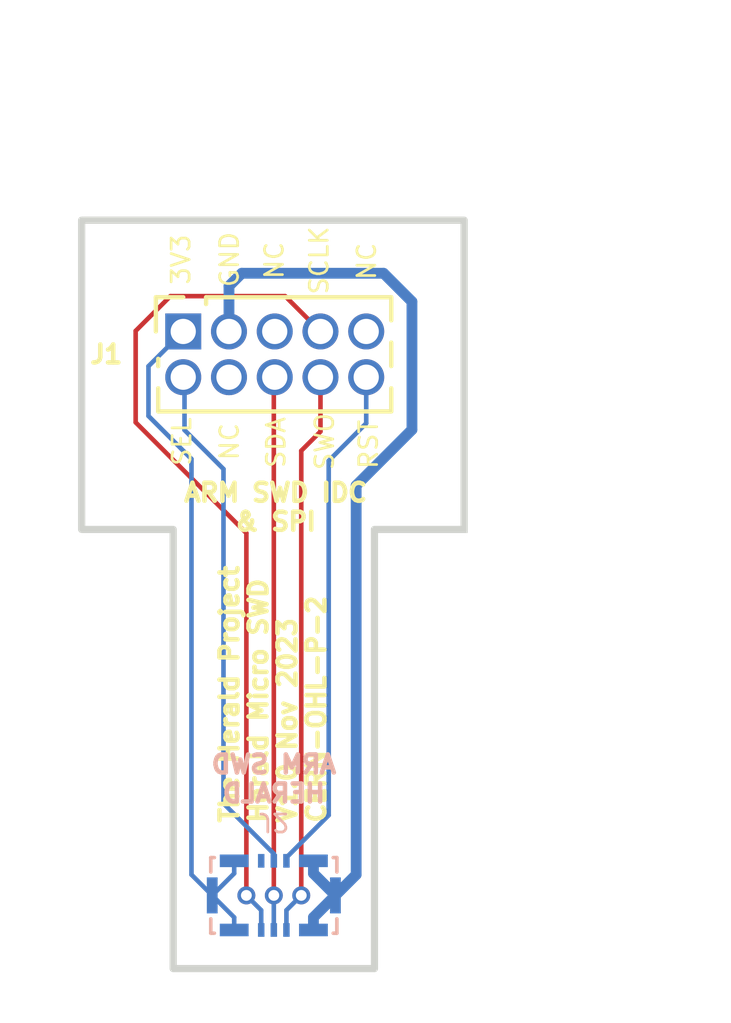
<source format=kicad_pcb>
(kicad_pcb (version 20221018) (generator pcbnew)
  (layers (0 "F.Cu" signal) (31 "B.Cu" signal) (34 "B.Paste" user) (35 "F.Paste" user) (36 "B.SilkS" user "B.Silkscreen") (37 "F.SilkS" user "F.Silkscreen") (38 "B.Mask" user) (39 "F.Mask" user) (44 "Edge.Cuts" user))
  (net 0 "")
  (net 1 "/SWD0_VTG")
  (net 3 "/SWD0_SWDCLK")
  (net 4 "/SWD0_SELECT")
  (net 5 "/SWD0_SWDIO")
  (net 6 "/SWD0_RESET")
  (net 7 "/GND")
  (net 10 "/SWD0_SW0")
  (footprint "Connector_PinSocket_1.27mm:PinSocket_2x05_P1.27mm_Vertical" (layer "F.Cu") (at 136.525 78.0696 90)
    (fp_text reference "J1" (at -0.635 -2.135 180) (layer "F.SilkS") (effects (font (size 0.5 0.5) (thickness 0.125))))
    (fp_text value "Arm SWD Socket")
    (fp_line (start -2.22 -0.695) (end -2.22 5.775) (stroke (width 0.12)) (layer "F.SilkS"))
    (fp_line (start -2.22 -0.695) (end -1.57753 -0.695) (stroke (width 0.12)) (layer "F.SilkS"))
    (fp_line (start -2.22 5.775) (end -1.57753 5.775) (stroke (width 0.12)) (layer "F.SilkS"))
    (fp_line (start -0.96247 -0.695) (end -0.76 -0.695) (stroke (width 0.12)) (layer "F.SilkS"))
    (fp_line (start -0.96247 5.775) (end -0.30753 5.775) (stroke (width 0.12)) (layer "F.SilkS"))
    (fp_line (start 0 -0.76) (end 0.95 -0.76) (stroke (width 0.12)) (layer "F.SilkS"))
    (fp_line (start 0.30753 5.775) (end 0.95 5.775) (stroke (width 0.12)) (layer "F.SilkS"))
    (fp_line (start 0.76 0.635) (end 0.95 0.635) (stroke (width 0.12)) (layer "F.SilkS"))
    (fp_line (start 0.95 -0.76) (end 0.95 0) (stroke (width 0.12)) (layer "F.SilkS"))
    (fp_line (start 0.95 0.635) (end 0.95 5.775) (stroke (width 0.12)) (layer "F.SilkS"))
    (pad "1" thru_hole rect (at 0 0 90) (size 1 1) (drill 0.7) (layers "*.Cu" "*.Mask") (net 1 "/SWD0_VTG"))
    (pad "2" thru_hole oval (at -1.27 0 90) (size 1 1) (drill 0.7) (layers "*.Cu" "*.Mask") (net 4 "/SWD0_SELECT"))
    (pad "3" thru_hole oval (at 0 1.27 90) (size 1 1) (drill 0.7) (layers "*.Cu" "*.Mask") (net 7 "/GND"))
    (pad "4" thru_hole oval (at -1.27 1.27 90) (size 1 1) (drill 0.7) (layers "*.Cu" "*.Mask"))
    (pad "5" thru_hole oval (at 0 2.54 90) (size 1 1) (drill 0.7) (layers "*.Cu" "*.Mask"))
    (pad "6" thru_hole oval (at -1.27 2.54 90) (size 1 1) (drill 0.7) (layers "*.Cu" "*.Mask") (net 5 "/SWD0_SWDIO"))
    (pad "7" thru_hole oval (at 0 3.81 90) (size 1 1) (drill 0.7) (layers "*.Cu" "*.Mask") (net 3 "/SWD0_SWDCLK"))
    (pad "8" thru_hole oval (at -1.27 3.81 90) (size 1 1) (drill 0.7) (layers "*.Cu" "*.Mask") (net 10 "/SWD0_SW0"))
    (pad "9" thru_hole oval (at 0 5.08 90) (size 1 1) (drill 0.7) (layers "*.Cu" "*.Mask"))
    (pad "10" thru_hole oval (at -1.27 5.08 90) (size 1 1) (drill 0.7) (layers "*.Cu" "*.Mask") (net 6 "/SWD0_RESET"))
  )
  (footprint "Herald:HERALD_V2_CONN_RECEPTACLE" (layer "B.Cu") (at 139.0396 93.726)
    (fp_text reference "J2" (at 0 -2.032 180 unlocked) (layer "B.SilkS") (effects (font (size 0.5 0.5) (thickness 0.075)) (justify mirror)))
    (fp_text value "HERALD_V2_CONN_RECEPTACLE_ARMSWD")
    (fp_line (start -1.75 -1.05) (end -1.65 -1.05) (stroke (width 0.1)) (layer "B.SilkS"))
    (fp_line (start -1.75 -0.65) (end -1.75 -1.05) (stroke (width 0.1)) (layer "B.SilkS"))
    (fp_line (start -1.75 0.65) (end -1.75 1.05) (stroke (width 0.1)) (layer "B.SilkS"))
    (fp_line (start -1.75 1.05) (end -1.65 1.05) (stroke (width 0.1)) (layer "B.SilkS"))
    (fp_line (start 1.75 -1.05) (end 1.65 -1.05) (stroke (width 0.1)) (layer "B.SilkS"))
    (fp_line (start 1.75 -0.65) (end 1.75 -1.05) (stroke (width 0.1)) (layer "B.SilkS"))
    (fp_line (start 1.75 0.65) (end 1.75 1.05) (stroke (width 0.1)) (layer "B.SilkS"))
    (fp_line (start 1.75 1.05) (end 1.65 1.05) (stroke (width 0.1)) (layer "B.SilkS"))
    (pad "1" smd rect (at -1.71 0) (size 0.3 1) (layers "B.Cu" "B.Paste" "B.Mask") (net 1 "/SWD0_VTG"))
    (pad "1" smd rect (at -1.1 -0.96) (size 0.8 0.35) (layers "B.Cu" "B.Paste" "B.Mask") (net 1 "/SWD0_VTG"))
    (pad "1" smd rect (at -1.1 0.96) (size 0.8 0.35) (layers "B.Cu" "B.Paste" "B.Mask") (net 1 "/SWD0_VTG"))
    (pad "2" smd rect (at -0.35 -0.96) (size 0.18 0.38) (layers "B.Cu" "B.Paste" "B.Mask"))
    (pad "3" smd rect (at -0.35 0.96) (size 0.18 0.38) (layers "B.Cu" "B.Paste" "B.Mask") (net 3 "/SWD0_SWDCLK"))
    (pad "4" smd rect (at 0 -0.96) (size 0.18 0.38) (layers "B.Cu" "B.Paste" "B.Mask") (net 4 "/SWD0_SELECT"))
    (pad "5" smd rect (at 0 0.96) (size 0.18 0.38) (layers "B.Cu" "B.Paste" "B.Mask") (net 5 "/SWD0_SWDIO"))
    (pad "6" smd rect (at 0.35 -0.96) (size 0.18 0.38) (layers "B.Cu" "B.Paste" "B.Mask") (net 6 "/SWD0_RESET"))
    (pad "7" smd rect (at 0.35 0.96) (size 0.18 0.38) (layers "B.Cu" "B.Paste" "B.Mask") (net 10 "/SWD0_SW0"))
    (pad "8" smd rect (at 1.1 -0.96) (size 0.8 0.35) (layers "B.Cu" "B.Paste" "B.Mask") (net 7 "/GND"))
    (pad "8" smd rect (at 1.1 0.96) (size 0.8 0.35) (layers "B.Cu" "B.Paste" "B.Mask") (net 7 "/GND"))
    (pad "8" smd rect (at 1.71 0) (size 0.3 1) (layers "B.Cu" "B.Paste" "B.Mask") (net 7 "/GND"))
  )
  (gr_poly (pts (xy 136.2456 95.758) (xy 141.8336 95.758) (xy 141.8336 83.566) (xy 144.3228 83.566) (xy 144.3228 74.9808) (xy 133.7056 74.9808) (xy 133.7056 83.566) (xy 136.2456 83.566)) (stroke (width 0.2)) (fill none) (layer "Edge.Cuts"))
  (gr_text "ARM SWD\nHERALD" (at 139.0396 91.186) (layer "B.SilkS") (effects (font (size 0.5 0.5) (thickness 0.125) bold) (justify bottom mirror)))
  (gr_text "SCLK" (at 140.589 76.0984 90) (layer "F.SilkS") (effects (font (size 0.5 0.5) (thickness 0.075) bold) (justify bottom)))
  (gr_text "NC" (at 139.3444 76.0984 90) (layer "F.SilkS") (effects (font (size 0.5 0.5) (thickness 0.075) bold) (justify bottom)))
  (gr_text "3V3" (at 136.7536 76.073 90) (layer "F.SilkS") (effects (font (size 0.5 0.5) (thickness 0.075) bold) (justify bottom)))
  (gr_text "The Herald Project\nHerald Micro SWD\nV1.0 Nov 2023\nCERN-OHL-P-2" (at 140.5128 91.7702 90) (layer "F.SilkS") (effects (font (size 0.5 0.5) (thickness 0.125) bold) (justify left bottom)))
  (gr_text "SDA" (at 139.3952 81.153 90) (layer "F.SilkS") (effects (font (size 0.5 0.5) (thickness 0.075) bold) (justify bottom)))
  (gr_text "SEL" (at 136.779 81.1276 90) (layer "F.SilkS") (effects (font (size 0.5 0.5) (thickness 0.075) bold) (justify bottom)))
  (gr_text "NC" (at 138.0998 81.1276 90) (layer "F.SilkS") (effects (font (size 0.5 0.5) (thickness 0.075) bold) (justify bottom)))
  (gr_text "GND" (at 138.0998 76.073 90) (layer "F.SilkS") (effects (font (size 0.5 0.5) (thickness 0.075) bold) (justify bottom)))
  (gr_text "NC" (at 141.9098 76.1238 90) (layer "F.SilkS") (effects (font (size 0.5 0.5) (thickness 0.075) bold) (justify bottom)))
  (gr_text "SWO" (at 140.7414 81.1276 90) (layer "F.SilkS") (effects (font (size 0.5 0.5) (thickness 0.075) bold) (justify bottom)))
  (gr_text "RST" (at 141.9606 81.2038 90) (layer "F.SilkS") (effects (font (size 0.5 0.5) (thickness 0.075) bold) (justify bottom)))
  (gr_text "ARM SWD IDC\n& SPI" (at 139.0904 83.6422) (layer "F.SilkS") (effects (font (size 0.5 0.5) (thickness 0.125) bold) (justify bottom)))
  (segment (start 136.7536 81.6102) (end 135.5598 80.4164) (width 0.127) (layer "B.Cu") (net 1))
  (segment (start 137.3296 93.726) (end 136.7536 93.15) (width 0.127) (layer "B.Cu") (net 1))
  (segment (start 137.9396 92.766) (end 137.9396 93.116) (width 0.127) (layer "B.Cu") (net 1))
  (segment (start 137.9396 94.686) (end 137.9396 94.336) (width 0.127) (layer "B.Cu") (net 1))
  (segment (start 135.5598 80.4164) (end 135.5598 79.0348) (width 0.127) (layer "B.Cu") (net 1))
  (segment (start 135.5598 79.0348) (end 136.525 78.0696) (width 0.127) (layer "B.Cu") (net 1))
  (segment (start 137.9396 93.116) (end 137.3296 93.726) (width 0.127) (layer "B.Cu") (net 1))
  (segment (start 137.9396 94.336) (end 137.3296 93.726) (width 0.127) (layer "B.Cu") (net 1))
  (segment (start 136.7536 93.15) (end 136.7536 81.6102) (width 0.127) (layer "B.Cu") (net 1))
  (segment (start 135.2042 80.5942) (end 135.2042 78.0542) (width 0.127) (layer "F.Cu") (net 3))
  (segment (start 138.2776 83.6676) (end 135.2042 80.5942) (width 0.127) (layer "F.Cu") (net 3))
  (segment (start 139.3544 77.089) (end 140.335 78.0696) (width 0.127) (layer "F.Cu") (net 3))
  (segment (start 138.2776 93.726) (end 138.2776 83.6676) (width 0.127) (layer "F.Cu") (net 3))
  (segment (start 135.2042 78.0542) (end 136.1694 77.089) (width 0.127) (layer "F.Cu") (net 3))
  (segment (start 136.1694 77.089) (end 139.3544 77.089) (width 0.127) (layer "F.Cu") (net 3))
  (via (at 138.2776 93.726) (size 0.5) (drill 0.3) (layers "F.Cu" "B.Cu") (net 3))
  (segment (start 138.6896 94.686) (end 138.6896 94.138) (width 0.127) (layer "B.Cu") (net 3))
  (segment (start 138.6896 94.138) (end 138.2776 93.726) (width 0.127) (layer "B.Cu") (net 3))
  (segment (start 137.6426 81.8896) (end 136.5604 80.8074) (width 0.127) (layer "B.Cu") (net 4))
  (segment (start 139.0396 92.56942) (end 137.6426 91.17242) (width 0.127) (layer "B.Cu") (net 4))
  (segment (start 137.6426 91.17242) (end 137.6426 81.8896) (width 0.127) (layer "B.Cu") (net 4))
  (segment (start 139.0396 92.766) (end 139.0396 92.56942) (width 0.127) (layer "B.Cu") (net 4))
  (segment (start 136.5604 80.8074) (end 136.5604 79.375) (width 0.127) (layer "B.Cu") (net 4))
  (segment (start 139.0396 93.726) (end 139.0396 79.365) (width 0.127) (layer "F.Cu") (net 5))
  (segment (start 139.0396 79.365) (end 139.065 79.3396) (width 0.127) (layer "F.Cu") (net 5))
  (via (at 139.0396 93.726) (size 0.5) (drill 0.3) (layers "F.Cu" "B.Cu") (net 5))
  (segment (start 139.0396 93.726) (end 139.0396 94.686) (width 0.127) (layer "B.Cu") (net 5))
  (segment (start 140.5636 91.50042) (end 140.5636 81.661) (width 0.127) (layer "B.Cu") (net 6))
  (segment (start 140.5636 81.661) (end 141.605 80.6196) (width 0.127) (layer "B.Cu") (net 6))
  (segment (start 141.605 80.6196) (end 141.605 79.3396) (width 0.127) (layer "B.Cu") (net 6))
  (segment (start 139.3896 92.67442) (end 140.5636 91.50042) (width 0.127) (layer "B.Cu") (net 6))
  (segment (start 139.3896 92.766) (end 139.3896 92.67442) (width 0.127) (layer "B.Cu") (net 6))
  (segment (start 137.795 76.8096) (end 137.795 78.0696) (width 0.3) (layer "B.Cu") (net 7))
  (segment (start 140.1396 94.686) (end 140.1396 94.336) (width 0.3) (layer "B.Cu") (net 7))
  (segment (start 140.1396 94.336) (end 140.7496 93.726) (width 0.3) (layer "B.Cu") (net 7))
  (segment (start 142.875 80.7974) (end 142.875 77.2414) (width 0.3) (layer "B.Cu") (net 7))
  (segment (start 140.7496 93.726) (end 141.3256 93.15) (width 0.3) (layer "B.Cu") (net 7))
  (segment (start 138.1506 76.454) (end 137.795 76.8096) (width 0.3) (layer "B.Cu") (net 7))
  (segment (start 142.875 77.2414) (end 142.0876 76.454) (width 0.3) (layer "B.Cu") (net 7))
  (segment (start 142.0876 76.454) (end 138.1506 76.454) (width 0.3) (layer "B.Cu") (net 7))
  (segment (start 140.1396 92.766) (end 140.1396 93.116) (width 0.3) (layer "B.Cu") (net 7))
  (segment (start 140.1396 93.116) (end 140.7496 93.726) (width 0.3) (layer "B.Cu") (net 7))
  (segment (start 141.3256 93.15) (end 141.3256 82.3468) (width 0.3) (layer "B.Cu") (net 7))
  (segment (start 141.3256 82.3468) (end 142.875 80.7974) (width 0.3) (layer "B.Cu") (net 7))
  (segment (start 140.335 79.3396) (end 140.335 80.8482) (width 0.127) (layer "F.Cu") (net 10))
  (segment (start 140.335 80.8482) (end 139.8016 81.3816) (width 0.127) (layer "F.Cu") (net 10))
  (segment (start 139.8016 81.3816) (end 139.8016 93.726) (width 0.127) (layer "F.Cu") (net 10))
  (via (at 139.8016 93.726) (size 0.5) (drill 0.3) (layers "F.Cu" "B.Cu") (net 10))
  (segment (start 139.3896 94.686) (end 139.3896 94.138) (width 0.127) (layer "B.Cu") (net 10))
  (segment (start 139.3896 94.138) (end 139.8016 93.726) (width 0.127) (layer "B.Cu") (net 10))
)
</source>
